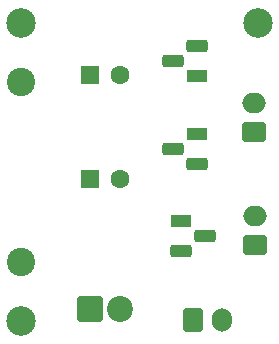
<source format=gbr>
%TF.GenerationSoftware,KiCad,Pcbnew,9.0.6*%
%TF.CreationDate,2026-01-30T15:18:38-05:00*%
%TF.ProjectId,camera-control,63616d65-7261-42d6-936f-6e74726f6c2e,rev?*%
%TF.SameCoordinates,Original*%
%TF.FileFunction,Soldermask,Top*%
%TF.FilePolarity,Negative*%
%FSLAX46Y46*%
G04 Gerber Fmt 4.6, Leading zero omitted, Abs format (unit mm)*
G04 Created by KiCad (PCBNEW 9.0.6) date 2026-01-30 15:18:38*
%MOMM*%
%LPD*%
G01*
G04 APERTURE LIST*
G04 Aperture macros list*
%AMRoundRect*
0 Rectangle with rounded corners*
0 $1 Rounding radius*
0 $2 $3 $4 $5 $6 $7 $8 $9 X,Y pos of 4 corners*
0 Add a 4 corners polygon primitive as box body*
4,1,4,$2,$3,$4,$5,$6,$7,$8,$9,$2,$3,0*
0 Add four circle primitives for the rounded corners*
1,1,$1+$1,$2,$3*
1,1,$1+$1,$4,$5*
1,1,$1+$1,$6,$7*
1,1,$1+$1,$8,$9*
0 Add four rect primitives between the rounded corners*
20,1,$1+$1,$2,$3,$4,$5,0*
20,1,$1+$1,$4,$5,$6,$7,0*
20,1,$1+$1,$6,$7,$8,$9,0*
20,1,$1+$1,$8,$9,$2,$3,0*%
G04 Aperture macros list end*
%ADD10RoundRect,0.249999X-0.850001X-0.850001X0.850001X-0.850001X0.850001X0.850001X-0.850001X0.850001X0*%
%ADD11C,2.200000*%
%ADD12C,2.400000*%
%ADD13C,2.500000*%
%ADD14R,1.800000X1.100000*%
%ADD15RoundRect,0.275000X0.625000X-0.275000X0.625000X0.275000X-0.625000X0.275000X-0.625000X-0.275000X0*%
%ADD16RoundRect,0.275000X-0.625000X0.275000X-0.625000X-0.275000X0.625000X-0.275000X0.625000X0.275000X0*%
%ADD17RoundRect,0.250000X0.750000X-0.600000X0.750000X0.600000X-0.750000X0.600000X-0.750000X-0.600000X0*%
%ADD18O,2.000000X1.700000*%
%ADD19RoundRect,0.250000X-0.550000X-0.550000X0.550000X-0.550000X0.550000X0.550000X-0.550000X0.550000X0*%
%ADD20C,1.600000*%
%ADD21RoundRect,0.250000X-0.600000X-0.750000X0.600000X-0.750000X0.600000X0.750000X-0.600000X0.750000X0*%
%ADD22O,1.700000X2.000000*%
G04 APERTURE END LIST*
D10*
%TO.C,J2*%
X125780800Y-91008200D03*
D11*
X128320800Y-91008200D03*
%TD*%
D12*
%TO.C,R0*%
X120000000Y-86995000D03*
X120000000Y-71755000D03*
%TD*%
D13*
%TO.C,REF\u002A\u002A*%
X120000000Y-66730000D03*
%TD*%
D14*
%TO.C,Q2*%
X134893000Y-71247000D03*
D15*
X132823000Y-69977000D03*
X134893000Y-68707000D03*
%TD*%
D14*
%TO.C,Q3*%
X133483400Y-83567000D03*
D16*
X135553400Y-84837000D03*
X133483400Y-86107000D03*
%TD*%
D13*
%TO.C,REF\u002A\u002A*%
X120000000Y-92000000D03*
%TD*%
D14*
%TO.C,Q4*%
X134905000Y-76174600D03*
D16*
X132835000Y-77444600D03*
X134905000Y-78714600D03*
%TD*%
D17*
%TO.C,J5*%
X139730200Y-76027600D03*
D18*
X139730200Y-73527600D03*
%TD*%
D17*
%TO.C,J4*%
X139756307Y-85578707D03*
D18*
X139756307Y-83078707D03*
%TD*%
D19*
%TO.C,C1*%
X125820800Y-79959200D03*
D20*
X128320800Y-79959200D03*
%TD*%
D13*
%TO.C,REF\u002A\u002A*%
X140000000Y-66730000D03*
%TD*%
D19*
%TO.C,C0*%
X125820800Y-71155400D03*
D20*
X128320800Y-71155400D03*
%TD*%
D21*
%TO.C,J6*%
X134513000Y-91876600D03*
D22*
X137013000Y-91876600D03*
%TD*%
M02*

</source>
